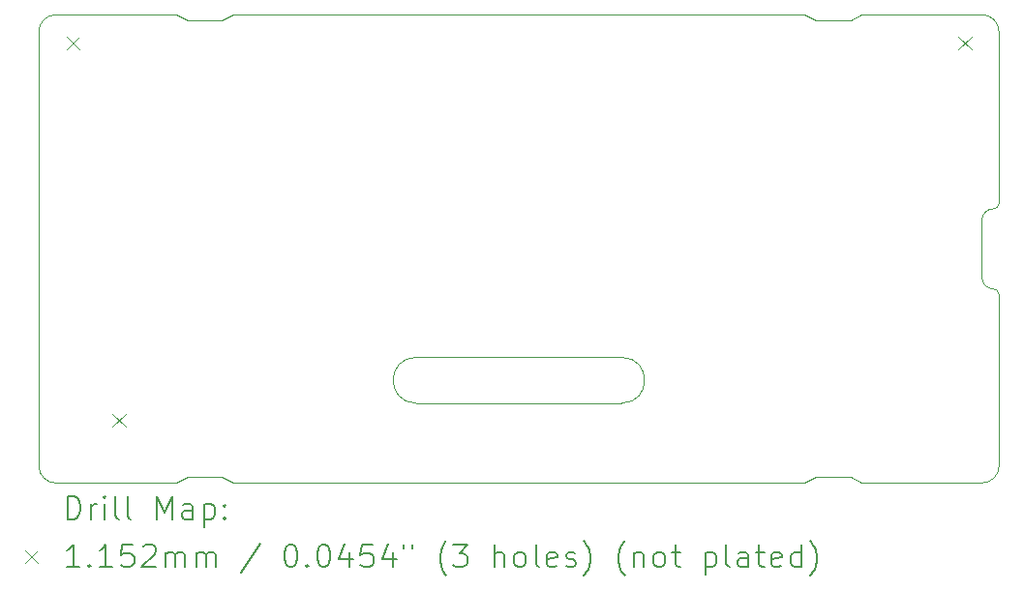
<source format=gbr>
%TF.GenerationSoftware,KiCad,Pcbnew,6.0.11+dfsg-1*%
%TF.ProjectId,project,70726f6a-6563-4742-9e6b-696361645f70,rev?*%
%TF.SameCoordinates,Original*%
%TF.FileFunction,Drillmap*%
%TF.FilePolarity,Positive*%
%FSLAX45Y45*%
G04 Gerber Fmt 4.5, Leading zero omitted, Abs format (unit mm)*
%MOMM*%
%LPD*%
G01*
G04 APERTURE LIST*
%ADD10C,0.100000*%
%ADD11C,0.200000*%
%ADD12C,0.115200*%
G04 APERTURE END LIST*
D10*
X19726250Y-11403750D02*
X19826250Y-11353750D01*
X14226250Y-15403750D02*
X14326250Y-15453750D01*
X17726250Y-14753750D02*
G75*
G03*
X17726250Y-14353750I0J200000D01*
G01*
X13926250Y-15403750D02*
X14226250Y-15403750D01*
X19426250Y-15403750D02*
X19726250Y-15403750D01*
X20876250Y-13153750D02*
X20876250Y-13653750D01*
X13926250Y-11403750D02*
X14226250Y-11403750D01*
X20876250Y-15453750D02*
G75*
G03*
X21026250Y-15303750I0J150000D01*
G01*
X14226250Y-11403750D02*
X14326250Y-11353750D01*
X20876250Y-13653750D02*
G75*
G03*
X20976250Y-13753750I100000J0D01*
G01*
X19826250Y-11353750D02*
X20876250Y-11353750D01*
X20976250Y-13053750D02*
G75*
G03*
X20876250Y-13153750I0J-100000D01*
G01*
X13826250Y-11353750D02*
X12776250Y-11353750D01*
X12626250Y-15303750D02*
X12626250Y-11503750D01*
X21026250Y-13803750D02*
X21026250Y-15303750D01*
X12776250Y-11353750D02*
G75*
G03*
X12626250Y-11503750I0J-150000D01*
G01*
X19826250Y-15453750D02*
X20876250Y-15453750D01*
X19726250Y-15403750D02*
X19826250Y-15453750D01*
X19426250Y-11403750D02*
X19726250Y-11403750D01*
X21026250Y-13803750D02*
G75*
G03*
X20976250Y-13753750I-50000J0D01*
G01*
X13826250Y-15453750D02*
X12776250Y-15453750D01*
X13926250Y-11403750D02*
X13826250Y-11353750D01*
X17726250Y-14753750D02*
X15926250Y-14753750D01*
X12626250Y-15303750D02*
G75*
G03*
X12776250Y-15453750I150000J0D01*
G01*
X15926250Y-14353750D02*
X17726250Y-14353750D01*
X13926250Y-15403750D02*
X13826250Y-15453750D01*
X20976250Y-13053750D02*
G75*
G03*
X21026250Y-13003750I0J50000D01*
G01*
X21026250Y-13003750D02*
X21026250Y-11503750D01*
X15926250Y-14353750D02*
G75*
G03*
X15926250Y-14753750I0J-200000D01*
G01*
X14326250Y-11353750D02*
X19326250Y-11353750D01*
X21026250Y-11503750D02*
G75*
G03*
X20876250Y-11353750I-150000J0D01*
G01*
X19426250Y-15403750D02*
X19326250Y-15453750D01*
X19426250Y-11403750D02*
X19326250Y-11353750D01*
X19326250Y-15453750D02*
X14326250Y-15453750D01*
D11*
D12*
X12868650Y-11546150D02*
X12983850Y-11661350D01*
X12983850Y-11546150D02*
X12868650Y-11661350D01*
X13268650Y-14846150D02*
X13383850Y-14961350D01*
X13383850Y-14846150D02*
X13268650Y-14961350D01*
X20668650Y-11546150D02*
X20783850Y-11661350D01*
X20783850Y-11546150D02*
X20668650Y-11661350D01*
D11*
X12878869Y-15769226D02*
X12878869Y-15569226D01*
X12926488Y-15569226D01*
X12955059Y-15578750D01*
X12974107Y-15597798D01*
X12983631Y-15616845D01*
X12993155Y-15654940D01*
X12993155Y-15683512D01*
X12983631Y-15721607D01*
X12974107Y-15740655D01*
X12955059Y-15759702D01*
X12926488Y-15769226D01*
X12878869Y-15769226D01*
X13078869Y-15769226D02*
X13078869Y-15635893D01*
X13078869Y-15673988D02*
X13088393Y-15654940D01*
X13097917Y-15645417D01*
X13116964Y-15635893D01*
X13136012Y-15635893D01*
X13202678Y-15769226D02*
X13202678Y-15635893D01*
X13202678Y-15569226D02*
X13193155Y-15578750D01*
X13202678Y-15588274D01*
X13212202Y-15578750D01*
X13202678Y-15569226D01*
X13202678Y-15588274D01*
X13326488Y-15769226D02*
X13307440Y-15759702D01*
X13297917Y-15740655D01*
X13297917Y-15569226D01*
X13431250Y-15769226D02*
X13412202Y-15759702D01*
X13402678Y-15740655D01*
X13402678Y-15569226D01*
X13659821Y-15769226D02*
X13659821Y-15569226D01*
X13726488Y-15712083D01*
X13793155Y-15569226D01*
X13793155Y-15769226D01*
X13974107Y-15769226D02*
X13974107Y-15664464D01*
X13964583Y-15645417D01*
X13945536Y-15635893D01*
X13907440Y-15635893D01*
X13888393Y-15645417D01*
X13974107Y-15759702D02*
X13955059Y-15769226D01*
X13907440Y-15769226D01*
X13888393Y-15759702D01*
X13878869Y-15740655D01*
X13878869Y-15721607D01*
X13888393Y-15702559D01*
X13907440Y-15693036D01*
X13955059Y-15693036D01*
X13974107Y-15683512D01*
X14069345Y-15635893D02*
X14069345Y-15835893D01*
X14069345Y-15645417D02*
X14088393Y-15635893D01*
X14126488Y-15635893D01*
X14145536Y-15645417D01*
X14155059Y-15654940D01*
X14164583Y-15673988D01*
X14164583Y-15731131D01*
X14155059Y-15750178D01*
X14145536Y-15759702D01*
X14126488Y-15769226D01*
X14088393Y-15769226D01*
X14069345Y-15759702D01*
X14250298Y-15750178D02*
X14259821Y-15759702D01*
X14250298Y-15769226D01*
X14240774Y-15759702D01*
X14250298Y-15750178D01*
X14250298Y-15769226D01*
X14250298Y-15645417D02*
X14259821Y-15654940D01*
X14250298Y-15664464D01*
X14240774Y-15654940D01*
X14250298Y-15645417D01*
X14250298Y-15664464D01*
D12*
X12506050Y-16041150D02*
X12621250Y-16156350D01*
X12621250Y-16041150D02*
X12506050Y-16156350D01*
D11*
X12983631Y-16189226D02*
X12869345Y-16189226D01*
X12926488Y-16189226D02*
X12926488Y-15989226D01*
X12907440Y-16017798D01*
X12888393Y-16036845D01*
X12869345Y-16046369D01*
X13069345Y-16170178D02*
X13078869Y-16179702D01*
X13069345Y-16189226D01*
X13059821Y-16179702D01*
X13069345Y-16170178D01*
X13069345Y-16189226D01*
X13269345Y-16189226D02*
X13155059Y-16189226D01*
X13212202Y-16189226D02*
X13212202Y-15989226D01*
X13193155Y-16017798D01*
X13174107Y-16036845D01*
X13155059Y-16046369D01*
X13450298Y-15989226D02*
X13355059Y-15989226D01*
X13345536Y-16084464D01*
X13355059Y-16074940D01*
X13374107Y-16065417D01*
X13421726Y-16065417D01*
X13440774Y-16074940D01*
X13450298Y-16084464D01*
X13459821Y-16103512D01*
X13459821Y-16151131D01*
X13450298Y-16170178D01*
X13440774Y-16179702D01*
X13421726Y-16189226D01*
X13374107Y-16189226D01*
X13355059Y-16179702D01*
X13345536Y-16170178D01*
X13536012Y-16008274D02*
X13545536Y-15998750D01*
X13564583Y-15989226D01*
X13612202Y-15989226D01*
X13631250Y-15998750D01*
X13640774Y-16008274D01*
X13650298Y-16027321D01*
X13650298Y-16046369D01*
X13640774Y-16074940D01*
X13526488Y-16189226D01*
X13650298Y-16189226D01*
X13736012Y-16189226D02*
X13736012Y-16055893D01*
X13736012Y-16074940D02*
X13745536Y-16065417D01*
X13764583Y-16055893D01*
X13793155Y-16055893D01*
X13812202Y-16065417D01*
X13821726Y-16084464D01*
X13821726Y-16189226D01*
X13821726Y-16084464D02*
X13831250Y-16065417D01*
X13850298Y-16055893D01*
X13878869Y-16055893D01*
X13897917Y-16065417D01*
X13907440Y-16084464D01*
X13907440Y-16189226D01*
X14002678Y-16189226D02*
X14002678Y-16055893D01*
X14002678Y-16074940D02*
X14012202Y-16065417D01*
X14031250Y-16055893D01*
X14059821Y-16055893D01*
X14078869Y-16065417D01*
X14088393Y-16084464D01*
X14088393Y-16189226D01*
X14088393Y-16084464D02*
X14097917Y-16065417D01*
X14116964Y-16055893D01*
X14145536Y-16055893D01*
X14164583Y-16065417D01*
X14174107Y-16084464D01*
X14174107Y-16189226D01*
X14564583Y-15979702D02*
X14393155Y-16236845D01*
X14821726Y-15989226D02*
X14840774Y-15989226D01*
X14859821Y-15998750D01*
X14869345Y-16008274D01*
X14878869Y-16027321D01*
X14888393Y-16065417D01*
X14888393Y-16113036D01*
X14878869Y-16151131D01*
X14869345Y-16170178D01*
X14859821Y-16179702D01*
X14840774Y-16189226D01*
X14821726Y-16189226D01*
X14802678Y-16179702D01*
X14793155Y-16170178D01*
X14783631Y-16151131D01*
X14774107Y-16113036D01*
X14774107Y-16065417D01*
X14783631Y-16027321D01*
X14793155Y-16008274D01*
X14802678Y-15998750D01*
X14821726Y-15989226D01*
X14974107Y-16170178D02*
X14983631Y-16179702D01*
X14974107Y-16189226D01*
X14964583Y-16179702D01*
X14974107Y-16170178D01*
X14974107Y-16189226D01*
X15107440Y-15989226D02*
X15126488Y-15989226D01*
X15145536Y-15998750D01*
X15155059Y-16008274D01*
X15164583Y-16027321D01*
X15174107Y-16065417D01*
X15174107Y-16113036D01*
X15164583Y-16151131D01*
X15155059Y-16170178D01*
X15145536Y-16179702D01*
X15126488Y-16189226D01*
X15107440Y-16189226D01*
X15088393Y-16179702D01*
X15078869Y-16170178D01*
X15069345Y-16151131D01*
X15059821Y-16113036D01*
X15059821Y-16065417D01*
X15069345Y-16027321D01*
X15078869Y-16008274D01*
X15088393Y-15998750D01*
X15107440Y-15989226D01*
X15345536Y-16055893D02*
X15345536Y-16189226D01*
X15297917Y-15979702D02*
X15250298Y-16122559D01*
X15374107Y-16122559D01*
X15545536Y-15989226D02*
X15450298Y-15989226D01*
X15440774Y-16084464D01*
X15450298Y-16074940D01*
X15469345Y-16065417D01*
X15516964Y-16065417D01*
X15536012Y-16074940D01*
X15545536Y-16084464D01*
X15555059Y-16103512D01*
X15555059Y-16151131D01*
X15545536Y-16170178D01*
X15536012Y-16179702D01*
X15516964Y-16189226D01*
X15469345Y-16189226D01*
X15450298Y-16179702D01*
X15440774Y-16170178D01*
X15726488Y-16055893D02*
X15726488Y-16189226D01*
X15678869Y-15979702D02*
X15631250Y-16122559D01*
X15755059Y-16122559D01*
X15821726Y-15989226D02*
X15821726Y-16027321D01*
X15897917Y-15989226D02*
X15897917Y-16027321D01*
X16193155Y-16265417D02*
X16183631Y-16255893D01*
X16164583Y-16227321D01*
X16155059Y-16208274D01*
X16145536Y-16179702D01*
X16136012Y-16132083D01*
X16136012Y-16093988D01*
X16145536Y-16046369D01*
X16155059Y-16017798D01*
X16164583Y-15998750D01*
X16183631Y-15970178D01*
X16193155Y-15960655D01*
X16250298Y-15989226D02*
X16374107Y-15989226D01*
X16307440Y-16065417D01*
X16336012Y-16065417D01*
X16355059Y-16074940D01*
X16364583Y-16084464D01*
X16374107Y-16103512D01*
X16374107Y-16151131D01*
X16364583Y-16170178D01*
X16355059Y-16179702D01*
X16336012Y-16189226D01*
X16278869Y-16189226D01*
X16259821Y-16179702D01*
X16250298Y-16170178D01*
X16612202Y-16189226D02*
X16612202Y-15989226D01*
X16697917Y-16189226D02*
X16697917Y-16084464D01*
X16688393Y-16065417D01*
X16669345Y-16055893D01*
X16640774Y-16055893D01*
X16621726Y-16065417D01*
X16612202Y-16074940D01*
X16821726Y-16189226D02*
X16802679Y-16179702D01*
X16793155Y-16170178D01*
X16783631Y-16151131D01*
X16783631Y-16093988D01*
X16793155Y-16074940D01*
X16802679Y-16065417D01*
X16821726Y-16055893D01*
X16850298Y-16055893D01*
X16869345Y-16065417D01*
X16878869Y-16074940D01*
X16888393Y-16093988D01*
X16888393Y-16151131D01*
X16878869Y-16170178D01*
X16869345Y-16179702D01*
X16850298Y-16189226D01*
X16821726Y-16189226D01*
X17002679Y-16189226D02*
X16983631Y-16179702D01*
X16974107Y-16160655D01*
X16974107Y-15989226D01*
X17155060Y-16179702D02*
X17136012Y-16189226D01*
X17097917Y-16189226D01*
X17078869Y-16179702D01*
X17069345Y-16160655D01*
X17069345Y-16084464D01*
X17078869Y-16065417D01*
X17097917Y-16055893D01*
X17136012Y-16055893D01*
X17155060Y-16065417D01*
X17164583Y-16084464D01*
X17164583Y-16103512D01*
X17069345Y-16122559D01*
X17240774Y-16179702D02*
X17259821Y-16189226D01*
X17297917Y-16189226D01*
X17316964Y-16179702D01*
X17326488Y-16160655D01*
X17326488Y-16151131D01*
X17316964Y-16132083D01*
X17297917Y-16122559D01*
X17269345Y-16122559D01*
X17250298Y-16113036D01*
X17240774Y-16093988D01*
X17240774Y-16084464D01*
X17250298Y-16065417D01*
X17269345Y-16055893D01*
X17297917Y-16055893D01*
X17316964Y-16065417D01*
X17393155Y-16265417D02*
X17402679Y-16255893D01*
X17421726Y-16227321D01*
X17431250Y-16208274D01*
X17440774Y-16179702D01*
X17450298Y-16132083D01*
X17450298Y-16093988D01*
X17440774Y-16046369D01*
X17431250Y-16017798D01*
X17421726Y-15998750D01*
X17402679Y-15970178D01*
X17393155Y-15960655D01*
X17755060Y-16265417D02*
X17745536Y-16255893D01*
X17726488Y-16227321D01*
X17716964Y-16208274D01*
X17707440Y-16179702D01*
X17697917Y-16132083D01*
X17697917Y-16093988D01*
X17707440Y-16046369D01*
X17716964Y-16017798D01*
X17726488Y-15998750D01*
X17745536Y-15970178D01*
X17755060Y-15960655D01*
X17831250Y-16055893D02*
X17831250Y-16189226D01*
X17831250Y-16074940D02*
X17840774Y-16065417D01*
X17859821Y-16055893D01*
X17888393Y-16055893D01*
X17907440Y-16065417D01*
X17916964Y-16084464D01*
X17916964Y-16189226D01*
X18040774Y-16189226D02*
X18021726Y-16179702D01*
X18012202Y-16170178D01*
X18002679Y-16151131D01*
X18002679Y-16093988D01*
X18012202Y-16074940D01*
X18021726Y-16065417D01*
X18040774Y-16055893D01*
X18069345Y-16055893D01*
X18088393Y-16065417D01*
X18097917Y-16074940D01*
X18107440Y-16093988D01*
X18107440Y-16151131D01*
X18097917Y-16170178D01*
X18088393Y-16179702D01*
X18069345Y-16189226D01*
X18040774Y-16189226D01*
X18164583Y-16055893D02*
X18240774Y-16055893D01*
X18193155Y-15989226D02*
X18193155Y-16160655D01*
X18202679Y-16179702D01*
X18221726Y-16189226D01*
X18240774Y-16189226D01*
X18459821Y-16055893D02*
X18459821Y-16255893D01*
X18459821Y-16065417D02*
X18478869Y-16055893D01*
X18516964Y-16055893D01*
X18536012Y-16065417D01*
X18545536Y-16074940D01*
X18555060Y-16093988D01*
X18555060Y-16151131D01*
X18545536Y-16170178D01*
X18536012Y-16179702D01*
X18516964Y-16189226D01*
X18478869Y-16189226D01*
X18459821Y-16179702D01*
X18669345Y-16189226D02*
X18650298Y-16179702D01*
X18640774Y-16160655D01*
X18640774Y-15989226D01*
X18831250Y-16189226D02*
X18831250Y-16084464D01*
X18821726Y-16065417D01*
X18802679Y-16055893D01*
X18764583Y-16055893D01*
X18745536Y-16065417D01*
X18831250Y-16179702D02*
X18812202Y-16189226D01*
X18764583Y-16189226D01*
X18745536Y-16179702D01*
X18736012Y-16160655D01*
X18736012Y-16141607D01*
X18745536Y-16122559D01*
X18764583Y-16113036D01*
X18812202Y-16113036D01*
X18831250Y-16103512D01*
X18897917Y-16055893D02*
X18974107Y-16055893D01*
X18926488Y-15989226D02*
X18926488Y-16160655D01*
X18936012Y-16179702D01*
X18955060Y-16189226D01*
X18974107Y-16189226D01*
X19116964Y-16179702D02*
X19097917Y-16189226D01*
X19059821Y-16189226D01*
X19040774Y-16179702D01*
X19031250Y-16160655D01*
X19031250Y-16084464D01*
X19040774Y-16065417D01*
X19059821Y-16055893D01*
X19097917Y-16055893D01*
X19116964Y-16065417D01*
X19126488Y-16084464D01*
X19126488Y-16103512D01*
X19031250Y-16122559D01*
X19297917Y-16189226D02*
X19297917Y-15989226D01*
X19297917Y-16179702D02*
X19278869Y-16189226D01*
X19240774Y-16189226D01*
X19221726Y-16179702D01*
X19212202Y-16170178D01*
X19202679Y-16151131D01*
X19202679Y-16093988D01*
X19212202Y-16074940D01*
X19221726Y-16065417D01*
X19240774Y-16055893D01*
X19278869Y-16055893D01*
X19297917Y-16065417D01*
X19374107Y-16265417D02*
X19383631Y-16255893D01*
X19402679Y-16227321D01*
X19412202Y-16208274D01*
X19421726Y-16179702D01*
X19431250Y-16132083D01*
X19431250Y-16093988D01*
X19421726Y-16046369D01*
X19412202Y-16017798D01*
X19402679Y-15998750D01*
X19383631Y-15970178D01*
X19374107Y-15960655D01*
M02*

</source>
